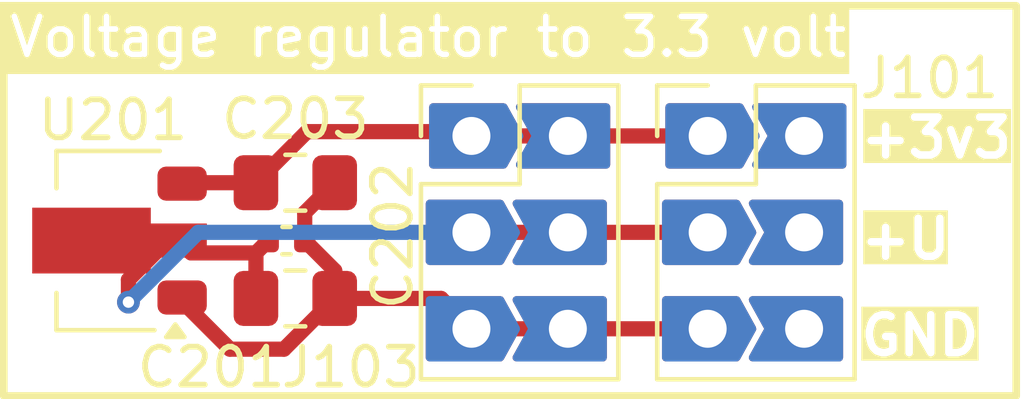
<source format=kicad_pcb>
(kicad_pcb (version 20240108) (generator "pcbnew") (generator_version "8.0")
  (layers (0 "F.Cu" signal) (31 "B.Cu" signal) (34 "B.Paste" user) (35 "F.Paste" user) (36 "B.SilkS" user "B.Silkscreen") (37 "F.SilkS" user "F.Silkscreen") (38 "B.Mask" user) (39 "F.Mask" user) (44 "Edge.Cuts" user))
  (net 0 "")
  (net 1 "/J_U+")
  (net 2 "/J_3v3")
  (net 3 "/J_GND")
  (net 4 "/GND")
  (net 5 "/U+")
  (net 6 "/+3v3")
  (footprint "xDuinoRail:PinHeaderJP_2x03_P2.54mm_Vertical" (layer "F.Cu") (at 125.222 75.946)
    (property "Reference" "J103" (at -3.175 6.096 0) (layer "F.SilkS"))
    (property "Value" "Conn_02x03_Odd_Even" (hide yes))
    (fp_line (start -1.33 -1.33) (end 0 -1.33) (stroke (width 0.12)) (layer "F.SilkS"))
    (fp_line (start -1.33 0) (end -1.33 -1.33) (stroke (width 0.12)) (layer "F.SilkS"))
    (fp_line (start -1.33 1.27) (end -1.33 6.41) (stroke (width 0.12)) (layer "F.SilkS"))
    (fp_line (start -1.33 1.27) (end 1.27 1.27) (stroke (width 0.12)) (layer "F.SilkS"))
    (fp_line (start -1.33 6.41) (end 3.87 6.41) (stroke (width 0.12)) (layer "F.SilkS"))
    (fp_line (start 1.27 -1.33) (end 3.87 -1.33) (stroke (width 0.12)) (layer "F.SilkS"))
    (fp_line (start 1.27 1.27) (end 1.27 -1.33) (stroke (width 0.12)) (layer "F.SilkS"))
    (fp_line (start 3.87 -1.33) (end 3.87 6.41) (stroke (width 0.12)) (layer "F.SilkS"))
    (pad "1" thru_hole custom (at 0 0) (size 1.7 1.7) (drill 1) (layers "*.Cu" "*.Mask") (net 2 "/J_3v3") (options (clearance outline) (anchor rect)) (primitives (gr_poly (pts (xy -1.016 -0.762) (xy -1.016 0.762) (xy 0.85 0.762) (xy 1.27 0) (xy 0.85 -0.762)) (width 0.2) (fill yes))))
    (pad "2" thru_hole custom (at 2.54 0) (size 1.7 1.7) (drill 1) (layers "*.Cu" "*.Mask") (net 2 "/J_3v3") (options (clearance outline) (anchor circle)) (primitives (gr_poly (pts (xy 0.85 0) (xy 0.831425 -0.176725) (xy 0.776514 -0.345726) (xy 0.687664 -0.499617) (xy 0.568761 -0.631673) (xy 0.425 -0.736122) (xy 0.262664 -0.808398) (xy 0.088849 -0.845344) (xy -0.088849 -0.845344) (xy -0.262664 -0.808398) (xy -0.425 -0.736122) (xy -0.568761 -0.631673) (xy -0.687664 -0.499617) (xy -0.776514 -0.345726) (xy -0.831425 -0.176725) (xy -0.85 0) (xy -0.831425 0.176725) (xy -0.776514 0.345726) (xy -0.687664 0.499617) (xy -0.568761 0.631673) (xy -0.425 0.736122) (xy -0.262664 0.808398) (xy -0.088849 0.845344) (xy 0.088849 0.845344) (xy 0.262664 0.808398) (xy 0.425 0.736122) (xy 0.568761 0.631673) (xy 0.687664 0.499617) (xy 0.776514 0.345726) (xy 0.831425 0.176725) (xy 0.85 0)) (width 0) (fill yes)) (gr_poly (pts (xy -1.27 -0.762) (xy -0.85 0) (xy -1.27 0.762) (xy 1.016 0.762) (xy 1.016 -0.762)) (width 0.2) (fill yes))))
    (pad "3" thru_hole custom (at 0 2.54) (size 1.7 1.7) (drill 1) (layers "*.Cu" "*.Mask") (net 1 "/J_U+") (options (clearance outline) (anchor circle)) (primitives (gr_poly (pts (xy 0.85 0) (xy 0.831425 -0.176725) (xy 0.776514 -0.345726) (xy 0.687664 -0.499617) (xy 0.568761 -0.631673) (xy 0.425 -0.736122) (xy 0.262664 -0.808398) (xy 0.088849 -0.845344) (xy -0.088849 -0.845344) (xy -0.262664 -0.808398) (xy -0.425 -0.736122) (xy -0.568761 -0.631673) (xy -0.687664 -0.499617) (xy -0.776514 -0.345726) (xy -0.831425 -0.176725) (xy -0.85 0) (xy -0.831425 0.176725) (xy -0.776514 0.345726) (xy -0.687664 0.499617) (xy -0.568761 0.631673) (xy -0.425 0.736122) (xy -0.262664 0.808398) (xy -0.088849 0.845344) (xy 0.088849 0.845344) (xy 0.262664 0.808398) (xy 0.425 0.736122) (xy 0.568761 0.631673) (xy 0.687664 0.499617) (xy 0.776514 0.345726) (xy 0.831425 0.176725) (xy 0.85 0)) (width 0) (fill yes)) (gr_poly (pts (xy -1.104 -0.762) (xy -1.104 0.762) (xy 0.762 0.762) (xy 1.182 0) (xy 0.762 -0.762)) (width 0.2) (fill yes))))
    (pad "4" thru_hole custom (at 2.54 2.54) (size 1.7 1.7) (drill 1) (layers "*.Cu" "*.Mask") (net 1 "/J_U+") (options (clearance outline) (anchor circle)) (primitives (gr_poly (pts (xy 0.85 0) (xy 0.831425 -0.176725) (xy 0.776514 -0.345726) (xy 0.687664 -0.499617) (xy 0.568761 -0.631673) (xy 0.425 -0.736122) (xy 0.262664 -0.808398) (xy 0.088849 -0.845344) (xy -0.088849 -0.845344) (xy -0.262664 -0.808398) (xy -0.425 -0.736122) (xy -0.568761 -0.631673) (xy -0.687664 -0.499617) (xy -0.776514 -0.345726) (xy -0.831425 -0.176725) (xy -0.85 0) (xy -0.831425 0.176725) (xy -0.776514 0.345726) (xy -0.687664 0.499617) (xy -0.568761 0.631673) (xy -0.425 0.736122) (xy -0.262664 0.808398) (xy -0.088849 0.845344) (xy 0.088849 0.845344) (xy 0.262664 0.808398) (xy 0.425 0.736122) (xy 0.568761 0.631673) (xy 0.687664 0.499617) (xy 0.776514 0.345726) (xy 0.831425 0.176725) (xy 0.85 0)) (width 0) (fill yes)) (gr_poly (pts (xy -1.358 -0.762) (xy -0.938 0) (xy -1.358 0.762) (xy 0.928 0.762) (xy 0.928 -0.762)) (width 0.2) (fill yes))))
    (pad "5" thru_hole custom (at 0 5.08) (size 1.7 1.7) (drill 1) (layers "*.Cu" "*.Mask") (net 3 "/J_GND") (options (clearance outline) (anchor circle)) (primitives (gr_poly (pts (xy 0.85 0) (xy 0.831425 -0.176725) (xy 0.776514 -0.345726) (xy 0.687664 -0.499617) (xy 0.568761 -0.631673) (xy 0.425 -0.736122) (xy 0.262664 -0.808398) (xy 0.088849 -0.845344) (xy -0.088849 -0.845344) (xy -0.262664 -0.808398) (xy -0.425 -0.736122) (xy -0.568761 -0.631673) (xy -0.687664 -0.499617) (xy -0.776514 -0.345726) (xy -0.831425 -0.176725) (xy -0.85 0) (xy -0.831425 0.176725) (xy -0.776514 0.345726) (xy -0.687664 0.499617) (xy -0.568761 0.631673) (xy -0.425 0.736122) (xy -0.262664 0.808398) (xy -0.088849 0.845344) (xy 0.088849 0.845344) (xy 0.262664 0.808398) (xy 0.425 0.736122) (xy 0.568761 0.631673) (xy 0.687664 0.499617) (xy 0.776514 0.345726) (xy 0.831425 0.176725) (xy 0.85 0)) (width 0) (fill yes)) (gr_poly (pts (xy -1.104 -0.762) (xy -1.104 0.762) (xy 0.762 0.762) (xy 1.182 0) (xy 0.762 -0.762)) (width 0.2) (fill yes))))
    (pad "6" thru_hole custom (at 2.54 5.08) (size 1.7 1.7) (drill 1) (layers "*.Cu" "*.Mask") (net 3 "/J_GND") (options (clearance outline) (anchor circle)) (primitives (gr_poly (pts (xy 0.85 0) (xy 0.831425 -0.176725) (xy 0.776514 -0.345726) (xy 0.687664 -0.499617) (xy 0.568761 -0.631673) (xy 0.425 -0.736122) (xy 0.262664 -0.808398) (xy 0.088849 -0.845344) (xy -0.088849 -0.845344) (xy -0.262664 -0.808398) (xy -0.425 -0.736122) (xy -0.568761 -0.631673) (xy -0.687664 -0.499617) (xy -0.776514 -0.345726) (xy -0.831425 -0.176725) (xy -0.85 0) (xy -0.831425 0.176725) (xy -0.776514 0.345726) (xy -0.687664 0.499617) (xy -0.568761 0.631673) (xy -0.425 0.736122) (xy -0.262664 0.808398) (xy -0.088849 0.845344) (xy 0.088849 0.845344) (xy 0.262664 0.808398) (xy 0.425 0.736122) (xy 0.568761 0.631673) (xy 0.687664 0.499617) (xy 0.776514 0.345726) (xy 0.831425 0.176725) (xy 0.85 0)) (width 0) (fill yes)) (gr_poly (pts (xy -1.358 -0.762) (xy -0.938 0) (xy -1.358 0.762) (xy 0.928 0.762) (xy 0.928 -0.762)) (width 0.2) (fill yes))))
  )
  (footprint "Package_TO_SOT_SMD:SOT-89-3" (layer "F.Cu") (at 115.651 78.7025 180)
    (property "Reference" "U201" (at -0.127 3.175 180) (layer "F.SilkS"))
    (property "Value" "HT75xx-1-SOT89" (hide yes))
    (fp_line (start 1.36 2.36) (end -1.36 2.36) (stroke (width 0.12)) (layer "F.SilkS"))
    (fp_line (start 1.36 1.38) (end 1.36 2.36) (stroke (width 0.12)) (layer "F.SilkS"))
    (fp_line (start 1.36 -1.38) (end 1.36 -2.36) (stroke (width 0.12)) (layer "F.SilkS"))
    (fp_line (start -1.22 -2.36) (end 1.36 -2.36) (stroke (width 0.12)) (layer "F.SilkS"))
    (fp_poly (pts (xy -1.77 -2.21) (xy -2.01 -2.54) (xy -1.53 -2.54) (xy -1.77 -2.21)) (stroke (width 0.12)) (fill solid) (layer "F.SilkS"))
    (pad "1" smd roundrect (at -1.95 -1.5 180) (size 1.3 0.9) (layers "F.Cu" "F.Paste" "F.Mask") (net 3 "/J_GND"))
    (pad "2" smd custom (at -1.862499 0 180) (size 1.475 0.9) (layers "F.Cu" "F.Paste" "F.Mask") (net 1 "/J_U+") (options (clearance outline) (anchor rect)) (primitives (gr_poly (pts (xy 3.8625 0.8665) (xy 0.7375 0.8665) (xy 0.7375 -0.8665) (xy 3.8625 -0.8665)) (width 0) (fill yes))))
    (pad "3" smd roundrect (at -1.95 1.5 180) (size 1.3 0.9) (layers "F.Cu" "F.Paste" "F.Mask") (net 2 "/J_3v3"))
  )
  (footprint "Capacitor_SMD:C_0805_2012Metric_Pad1.18x1.45mm_HandSolder" (layer "F.Cu") (at 120.5825 77.1785)
    (property "Reference" "C203" (at 0 -1.68 0) (layer "F.SilkS"))
    (property "Value" "47uF")
    (fp_line (start -0.261252 -0.735) (end 0.261252 -0.735) (stroke (width 0.12)) (layer "F.SilkS"))
    (fp_line (start -0.261252 0.735) (end 0.261252 0.735) (stroke (width 0.12)) (layer "F.SilkS"))
    (pad "1" smd roundrect (at -1.0375 0) (size 1.175 1.45) (layers "F.Cu" "F.Paste" "F.Mask") (roundrect_rratio 0.212766) (net 2 "/J_3v3"))
    (pad "2" smd roundrect (at 1.0375 0) (size 1.175 1.45) (layers "F.Cu" "F.Paste" "F.Mask") (roundrect_rratio 0.212766) (net 3 "/J_GND"))
  )
  (footprint "xDuinoRail:PinHeaderJP_2x03_P2.54mm_Vertical" (layer "F.Cu") (at 131.445 75.946)
    (property "Reference" "J101" (at 5.842 -1.524 0) (layer "F.SilkS"))
    (property "Value" "Conn_02x03_Odd_Even" (hide yes))
    (fp_line (start -1.33 -1.33) (end 0 -1.33) (stroke (width 0.12)) (layer "F.SilkS"))
    (fp_line (start -1.33 0) (end -1.33 -1.33) (stroke (width 0.12)) (layer "F.SilkS"))
    (fp_line (start -1.33 1.27) (end -1.33 6.41) (stroke (width 0.12)) (layer "F.SilkS"))
    (fp_line (start -1.33 1.27) (end 1.27 1.27) (stroke (width 0.12)) (layer "F.SilkS"))
    (fp_line (start -1.33 6.41) (end 3.87 6.41) (stroke (width 0.12)) (layer "F.SilkS"))
    (fp_line (start 1.27 -1.33) (end 3.87 -1.33) (stroke (width 0.12)) (layer "F.SilkS"))
    (fp_line (start 1.27 1.27) (end 1.27 -1.33) (stroke (width 0.12)) (layer "F.SilkS"))
    (fp_line (start 3.87 -1.33) (end 3.87 6.41) (stroke (width 0.12)) (layer "F.SilkS"))
    (pad "1" thru_hole custom (at 0 0) (size 1.7 1.7) (drill 1) (layers "*.Cu" "*.Mask") (net 2 "/J_3v3") (options (clearance outline) (anchor rect)) (primitives (gr_poly (pts (xy -1.016 -0.762) (xy -1.016 0.762) (xy 0.85 0.762) (xy 1.27 0) (xy 0.85 -0.762)) (width 0.2) (fill yes))))
    (pad "2" thru_hole custom (at 2.54 0) (size 1.7 1.7) (drill 1) (layers "*.Cu" "*.Mask") (net 6 "/+3v3") (options (clearance outline) (anchor circle)) (primitives (gr_poly (pts (xy 0.85 0) (xy 0.831425 -0.176725) (xy 0.776514 -0.345726) (xy 0.687664 -0.499617) (xy 0.568761 -0.631673) (xy 0.425 -0.736122) (xy 0.262664 -0.808398) (xy 0.088849 -0.845344) (xy -0.088849 -0.845344) (xy -0.262664 -0.808398) (xy -0.425 -0.736122) (xy -0.568761 -0.631673) (xy -0.687664 -0.499617) (xy -0.776514 -0.345726) (xy -0.831425 -0.176725) (xy -0.85 0) (xy -0.831425 0.176725) (xy -0.776514 0.345726) (xy -0.687664 0.499617) (xy -0.568761 0.631673) (xy -0.425 0.736122) (xy -0.262664 0.808398) (xy -0.088849 0.845344) (xy 0.088849 0.845344) (xy 0.262664 0.808398) (xy 0.425 0.736122) (xy 0.568761 0.631673) (xy 0.687664 0.499617) (xy 0.776514 0.345726) (xy 0.831425 0.176725) (xy 0.85 0)) (width 0) (fill yes)) (gr_poly (pts (xy -1.27 -0.762) (xy -0.85 0) (xy -1.27 0.762) (xy 1.016 0.762) (xy 1.016 -0.762)) (width 0.2) (fill yes))))
    (pad "3" thru_hole custom (at 0 2.54) (size 1.7 1.7) (drill 1) (layers "*.Cu" "*.Mask") (net 1 "/J_U+") (options (clearance outline) (anchor circle)) (primitives (gr_poly (pts (xy 0.85 0) (xy 0.831425 -0.176725) (xy 0.776514 -0.345726) (xy 0.687664 -0.499617) (xy 0.568761 -0.631673) (xy 0.425 -0.736122) (xy 0.262664 -0.808398) (xy 0.088849 -0.845344) (xy -0.088849 -0.845344) (xy -0.262664 -0.808398) (xy -0.425 -0.736122) (xy -0.568761 -0.631673) (xy -0.687664 -0.499617) (xy -0.776514 -0.345726) (xy -0.831425 -0.176725) (xy -0.85 0) (xy -0.831425 0.176725) (xy -0.776514 0.345726) (xy -0.687664 0.499617) (xy -0.568761 0.631673) (xy -0.425 0.736122) (xy -0.262664 0.808398) (xy -0.088849 0.845344) (xy 0.088849 0.845344) (xy 0.262664 0.808398) (xy 0.425 0.736122) (xy 0.568761 0.631673) (xy 0.687664 0.499617) (xy 0.776514 0.345726) (xy 0.831425 0.176725) (xy 0.85 0)) (width 0) (fill yes)) (gr_poly (pts (xy -1.104 -0.762) (xy -1.104 0.762) (xy 0.762 0.762) (xy 1.182 0) (xy 0.762 -0.762)) (width 0.2) (fill yes))))
    (pad "4" thru_hole custom (at 2.54 2.54) (size 1.7 1.7) (drill 1) (layers "*.Cu" "*.Mask") (net 5 "/U+") (options (clearance outline) (anchor circle)) (primitives (gr_poly (pts (xy 0.85 0) (xy 0.831425 -0.176725) (xy 0.776514 -0.345726) (xy 0.687664 -0.499617) (xy 0.568761 -0.631673) (xy 0.425 -0.736122) (xy 0.262664 -0.808398) (xy 0.088849 -0.845344) (xy -0.088849 -0.845344) (xy -0.262664 -0.808398) (xy -0.425 -0.736122) (xy -0.568761 -0.631673) (xy -0.687664 -0.499617) (xy -0.776514 -0.345726) (xy -0.831425 -0.176725) (xy -0.85 0) (xy -0.831425 0.176725) (xy -0.776514 0.345726) (xy -0.687664 0.499617) (xy -0.568761 0.631673) (xy -0.425 0.736122) (xy -0.262664 0.808398) (xy -0.088849 0.845344) (xy 0.088849 0.845344) (xy 0.262664 0.808398) (xy 0.425 0.736122) (xy 0.568761 0.631673) (xy 0.687664 0.499617) (xy 0.776514 0.345726) (xy 0.831425 0.176725) (xy 0.85 0)) (width 0) (fill yes)) (gr_poly (pts (xy -1.358 -0.762) (xy -0.938 0) (xy -1.358 0.762) (xy 0.928 0.762) (xy 0.928 -0.762)) (width 0.2) (fill yes))))
    (pad "5" thru_hole custom (at 0 5.08) (size 1.7 1.7) (drill 1) (layers "*.Cu" "*.Mask") (net 3 "/J_GND") (options (clearance outline) (anchor circle)) (primitives (gr_poly (pts (xy 0.85 0) (xy 0.831425 -0.176725) (xy 0.776514 -0.345726) (xy 0.687664 -0.499617) (xy 0.568761 -0.631673) (xy 0.425 -0.736122) (xy 0.262664 -0.808398) (xy 0.088849 -0.845344) (xy -0.088849 -0.845344) (xy -0.262664 -0.808398) (xy -0.425 -0.736122) (xy -0.568761 -0.631673) (xy -0.687664 -0.499617) (xy -0.776514 -0.345726) (xy -0.831425 -0.176725) (xy -0.85 0) (xy -0.831425 0.176725) (xy -0.776514 0.345726) (xy -0.687664 0.499617) (xy -0.568761 0.631673) (xy -0.425 0.736122) (xy -0.262664 0.808398) (xy -0.088849 0.845344) (xy 0.088849 0.845344) (xy 0.262664 0.808398) (xy 0.425 0.736122) (xy 0.568761 0.631673) (xy 0.687664 0.499617) (xy 0.776514 0.345726) (xy 0.831425 0.176725) (xy 0.85 0)) (width 0) (fill yes)) (gr_poly (pts (xy -1.104 -0.762) (xy -1.104 0.762) (xy 0.762 0.762) (xy 1.182 0) (xy 0.762 -0.762)) (width 0.2) (fill yes))))
    (pad "6" thru_hole custom (at 2.54 5.08) (size 1.7 1.7) (drill 1) (layers "*.Cu" "*.Mask") (net 4 "/GND") (options (clearance outline) (anchor circle)) (primitives (gr_poly (pts (xy 0.85 0) (xy 0.831425 -0.176725) (xy 0.776514 -0.345726) (xy 0.687664 -0.499617) (xy 0.568761 -0.631673) (xy 0.425 -0.736122) (xy 0.262664 -0.808398) (xy 0.088849 -0.845344) (xy -0.088849 -0.845344) (xy -0.262664 -0.808398) (xy -0.425 -0.736122) (xy -0.568761 -0.631673) (xy -0.687664 -0.499617) (xy -0.776514 -0.345726) (xy -0.831425 -0.176725) (xy -0.85 0) (xy -0.831425 0.176725) (xy -0.776514 0.345726) (xy -0.687664 0.499617) (xy -0.568761 0.631673) (xy -0.425 0.736122) (xy -0.262664 0.808398) (xy -0.088849 0.845344) (xy 0.088849 0.845344) (xy 0.262664 0.808398) (xy 0.425 0.736122) (xy 0.568761 0.631673) (xy 0.687664 0.499617) (xy 0.776514 0.345726) (xy 0.831425 0.176725) (xy 0.85 0)) (width 0) (fill yes)) (gr_poly (pts (xy -1.358 -0.762) (xy -0.938 0) (xy -1.358 0.762) (xy 0.928 0.762) (xy 0.928 -0.762)) (width 0.2) (fill yes))))
  )
  (footprint "Capacitor_SMD:C_0805_2012Metric_Pad1.18x1.45mm_HandSolder" (layer "F.Cu") (at 120.5825 80.2265)
    (property "Reference" "C201" (at -2.2185 1.8155 0) (layer "F.SilkS"))
    (property "Value" "47uF")
    (fp_line (start -0.261252 -0.735) (end 0.261252 -0.735) (stroke (width 0.12)) (layer "F.SilkS"))
    (fp_line (start -0.261252 0.735) (end 0.261252 0.735) (stroke (width 0.12)) (layer "F.SilkS"))
    (pad "1" smd roundrect (at -1.0375 0) (size 1.175 1.45) (layers "F.Cu" "F.Paste" "F.Mask") (roundrect_rratio 0.212766) (net 1 "/J_U+"))
    (pad "2" smd roundrect (at 1.0375 0) (size 1.175 1.45) (layers "F.Cu" "F.Paste" "F.Mask") (roundrect_rratio 0.212766) (net 3 "/J_GND"))
  )
  (footprint "Capacitor_SMD:C_0402_1005Metric" (layer "F.Cu") (at 120.35 78.7025)
    (property "Reference" "C202" (at 2.794 -0.127 90) (layer "F.SilkS"))
    (property "Value" "1u")
    (fp_line (start -0.107836 -0.36) (end 0.107836 -0.36) (stroke (width 0.12)) (layer "F.SilkS"))
    (fp_line (start -0.107836 0.36) (end 0.107836 0.36) (stroke (width 0.12)) (layer "F.SilkS"))
    (pad "1" smd roundrect (at -0.48 0) (size 0.56 0.62) (layers "F.Cu" "F.Paste" "F.Mask") (net 1 "/J_U+"))
    (pad "2" smd roundrect (at 0.48 0) (size 0.56 0.62) (layers "F.Cu" "F.Paste" "F.Mask") (net 3 "/J_GND"))
  )
  (gr_rect (start 112.903 72.517) (end 139.573 82.796) (stroke (width 0.2)) (fill none) (layer "F.SilkS"))
  (gr_text "GND" (at 135.382 81.788 0) (layer "F.SilkS" knockout) (effects (font (size 1 1) (thickness 0.2) (bold yes)) (justify left bottom)))
  (gr_text "+U" (at 135.382 79.248 0) (layer "F.SilkS" knockout) (effects (font (size 1 1) (thickness 0.2) (bold yes)) (justify left bottom)))
  (gr_text "+3v3" (at 135.382 76.581 0) (layer "F.SilkS" knockout) (effects (font (size 1 1) (thickness 0.2) (bold yes)) (justify left bottom)))
  (gr_text "Voltage regulator to 3.3 volt" (at 112.985999 73.926251 0) (layer "F.SilkS" knockout) (effects (font (size 1 1)) (justify left bottom)))
  (segment (start 131.445 78.486) (end 127.762 78.486) (width 0.4) (layer "F.Cu") (net 1))
  (segment (start 117.8385 79.0275) (end 117.5135 78.7025) (width 0.4) (layer "F.Cu") (net 1))
  (segment (start 119.545 80.2265) (end 119.545 79.0275) (width 0.4) (layer "F.Cu") (net 1))
  (segment (start 117.2177 78.7025) (end 117.5135 78.7025) (width 0.4) (layer "F.Cu") (net 1))
  (segment (start 119.545 79.0275) (end 119.87 78.7025) (width 0.4) (layer "F.Cu") (net 1))
  (segment (start 116.1863 79.7339) (end 117.2177 78.7025) (width 0.4) (layer "F.Cu") (net 1))
  (segment (start 119.545 79.0275) (end 117.8385 79.0275) (width 0.4) (layer "F.Cu") (net 1))
  (segment (start 116.1863 80.3243) (end 116.1863 79.7339) (width 0.4) (layer "F.Cu") (net 1))
  (segment (start 127.762 78.486) (end 125.222 78.486) (width 0.4) (layer "F.Cu") (net 1))
  (via (at 116.1863 80.3243) (size 0.6) (drill 0.3) (layers "F.Cu" "B.Cu") (net 1))
  (segment (start 118.0246 78.486) (end 116.1863 80.3243) (width 0.4) (layer "B.Cu") (net 1))
  (segment (start 125.222 78.486) (end 118.0246 78.486) (width 0.4) (layer "B.Cu") (net 1))
  (segment (start 131.445 75.946) (end 127.762 75.946) (width 0.4) (layer "F.Cu") (net 2))
  (segment (start 119.545 77.1785) (end 120.891 75.8325) (width 0.4) (layer "F.Cu") (net 2))
  (segment (start 125.1085 75.8325) (end 125.222 75.946) (width 0.4) (layer "F.Cu") (net 2))
  (segment (start 120.891 75.8325) (end 125.1085 75.8325) (width 0.4) (layer "F.Cu") (net 2))
  (segment (start 119.545 77.1785) (end 117.625 77.1785) (width 0.4) (layer "F.Cu") (net 2))
  (segment (start 117.625 77.1785) (end 117.601 77.2025) (width 0.4) (layer "F.Cu") (net 2))
  (segment (start 127.762 75.946) (end 125.222 75.946) (width 0.4) (layer "F.Cu") (net 2))
  (segment (start 120.83 78.7025) (end 121.62 79.4925) (width 0.4) (layer "F.Cu") (net 3))
  (segment (start 121.62 79.4925) (end 121.62 80.2265) (width 0.4) (layer "F.Cu") (net 3))
  (segment (start 121.62 77.1785) (end 120.83 77.9685) (width 0.4) (layer "F.Cu") (net 3))
  (segment (start 117.601 80.3042) (end 118.8605 81.5637) (width 0.4) (layer "F.Cu") (net 3))
  (segment (start 124.4225 80.2265) (end 125.222 81.026) (width 0.4) (layer "F.Cu") (net 3))
  (segment (start 120.83 77.9685) (end 120.83 78.7025) (width 0.4) (layer "F.Cu") (net 3))
  (segment (start 131.445 81.026) (end 127.762 81.026) (width 0.4) (layer "F.Cu") (net 3))
  (segment (start 121.62 80.2265) (end 124.4225 80.2265) (width 0.4) (layer "F.Cu") (net 3))
  (segment (start 118.8605 81.5637) (end 120.2828 81.5637) (width 0.4) (layer "F.Cu") (net 3))
  (segment (start 120.2828 81.5637) (end 121.62 80.2265) (width 0.4) (layer "F.Cu") (net 3))
  (segment (start 127.762 81.026) (end 125.222 81.026) (width 0.4) (layer "F.Cu") (net 3))
  (segment (start 117.601 80.2025) (end 117.601 80.3042) (width 0.4) (layer "F.Cu") (net 3))
)
</source>
